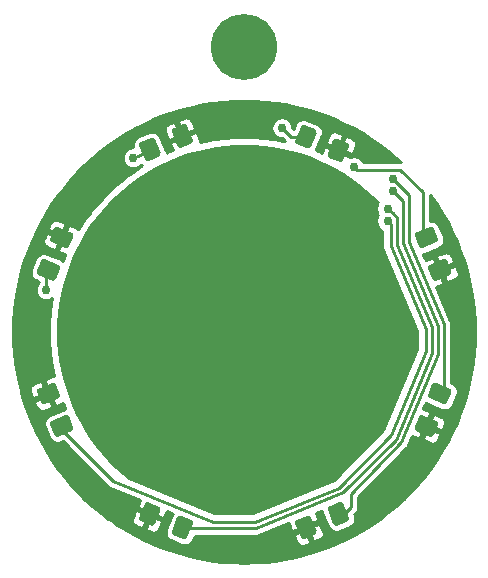
<source format=gtl>
G04 #@! TF.GenerationSoftware,KiCad,Pcbnew,(5.1.6)-1*
G04 #@! TF.CreationDate,2020-08-08T13:54:31-07:00*
G04 #@! TF.ProjectId,attiny85-keychain,61747469-6e79-4383-952d-6b6579636861,A*
G04 #@! TF.SameCoordinates,Original*
G04 #@! TF.FileFunction,Copper,L1,Top*
G04 #@! TF.FilePolarity,Positive*
%FSLAX46Y46*%
G04 Gerber Fmt 4.6, Leading zero omitted, Abs format (unit mm)*
G04 Created by KiCad (PCBNEW (5.1.6)-1) date 2020-08-08 13:54:31*
%MOMM*%
%LPD*%
G01*
G04 APERTURE LIST*
G04 #@! TA.AperFunction,ComponentPad*
%ADD10C,5.600000*%
G04 #@! TD*
G04 #@! TA.AperFunction,ViaPad*
%ADD11C,0.762000*%
G04 #@! TD*
G04 #@! TA.AperFunction,Conductor*
%ADD12C,0.254000*%
G04 #@! TD*
G04 #@! TA.AperFunction,NonConductor*
%ADD13C,0.254000*%
G04 #@! TD*
G04 APERTURE END LIST*
G04 #@! TA.AperFunction,SMDPad,CuDef*
G36*
G01*
X134680816Y-98017155D02*
X135159170Y-99172005D01*
G75*
G02*
X135023871Y-99498646I-230970J-95671D01*
G01*
X134169283Y-99852628D01*
G75*
G02*
X133842642Y-99717329I-95671J230970D01*
G01*
X133364288Y-98562479D01*
G75*
G02*
X133499587Y-98235838I230970J95671D01*
G01*
X134354175Y-97881856D01*
G75*
G02*
X134680816Y-98017155I95671J-230970D01*
G01*
G37*
G04 #@! TD.AperFunction*
G04 #@! TA.AperFunction,SMDPad,CuDef*
G36*
G01*
X137429358Y-96878671D02*
X137907712Y-98033521D01*
G75*
G02*
X137772413Y-98360162I-230970J-95671D01*
G01*
X136917825Y-98714144D01*
G75*
G02*
X136591184Y-98578845I-95671J230970D01*
G01*
X136112830Y-97423995D01*
G75*
G02*
X136248129Y-97097354I230970J95671D01*
G01*
X137102717Y-96743372D01*
G75*
G02*
X137429358Y-96878671I95671J-230970D01*
G01*
G37*
G04 #@! TD.AperFunction*
G04 #@! TA.AperFunction,SMDPad,CuDef*
G36*
G01*
X125363995Y-108172830D02*
X126518845Y-108651184D01*
G75*
G02*
X126654144Y-108977825I-95671J-230970D01*
G01*
X126300162Y-109832413D01*
G75*
G02*
X125973521Y-109967712I-230970J95671D01*
G01*
X124818671Y-109489358D01*
G75*
G02*
X124683372Y-109162717I95671J230970D01*
G01*
X125037354Y-108308129D01*
G75*
G02*
X125363995Y-108172830I230970J-95671D01*
G01*
G37*
G04 #@! TD.AperFunction*
G04 #@! TA.AperFunction,SMDPad,CuDef*
G36*
G01*
X126502479Y-105424288D02*
X127657329Y-105902642D01*
G75*
G02*
X127792628Y-106229283I-95671J-230970D01*
G01*
X127438646Y-107083871D01*
G75*
G02*
X127112005Y-107219170I-230970J95671D01*
G01*
X125957155Y-106740816D01*
G75*
G02*
X125821856Y-106414175I95671J230970D01*
G01*
X126175838Y-105559587D01*
G75*
G02*
X126502479Y-105424288I230970J-95671D01*
G01*
G37*
G04 #@! TD.AperFunction*
G04 #@! TA.AperFunction,SMDPad,CuDef*
G36*
G01*
X125957155Y-121859184D02*
X127112005Y-121380830D01*
G75*
G02*
X127438646Y-121516129I95671J-230970D01*
G01*
X127792628Y-122370717D01*
G75*
G02*
X127657329Y-122697358I-230970J-95671D01*
G01*
X126502479Y-123175712D01*
G75*
G02*
X126175838Y-123040413I-95671J230970D01*
G01*
X125821856Y-122185825D01*
G75*
G02*
X125957155Y-121859184I230970J95671D01*
G01*
G37*
G04 #@! TD.AperFunction*
G04 #@! TA.AperFunction,SMDPad,CuDef*
G36*
G01*
X124818671Y-119110642D02*
X125973521Y-118632288D01*
G75*
G02*
X126300162Y-118767587I95671J-230970D01*
G01*
X126654144Y-119622175D01*
G75*
G02*
X126518845Y-119948816I-230970J-95671D01*
G01*
X125363995Y-120427170D01*
G75*
G02*
X125037354Y-120291871I-95671J230970D01*
G01*
X124683372Y-119437283D01*
G75*
G02*
X124818671Y-119110642I230970J95671D01*
G01*
G37*
G04 #@! TD.AperFunction*
G04 #@! TA.AperFunction,SMDPad,CuDef*
G36*
G01*
X136112830Y-131176005D02*
X136591184Y-130021155D01*
G75*
G02*
X136917825Y-129885856I230970J-95671D01*
G01*
X137772413Y-130239838D01*
G75*
G02*
X137907712Y-130566479I-95671J-230970D01*
G01*
X137429358Y-131721329D01*
G75*
G02*
X137102717Y-131856628I-230970J95671D01*
G01*
X136248129Y-131502646D01*
G75*
G02*
X136112830Y-131176005I95671J230970D01*
G01*
G37*
G04 #@! TD.AperFunction*
G04 #@! TA.AperFunction,SMDPad,CuDef*
G36*
G01*
X133364288Y-130037521D02*
X133842642Y-128882671D01*
G75*
G02*
X134169283Y-128747372I230970J-95671D01*
G01*
X135023871Y-129101354D01*
G75*
G02*
X135159170Y-129427995I-95671J-230970D01*
G01*
X134680816Y-130582845D01*
G75*
G02*
X134354175Y-130718144I-230970J95671D01*
G01*
X133499587Y-130364162D01*
G75*
G02*
X133364288Y-130037521I95671J230970D01*
G01*
G37*
G04 #@! TD.AperFunction*
G04 #@! TA.AperFunction,SMDPad,CuDef*
G36*
G01*
X149799184Y-130582845D02*
X149320830Y-129427995D01*
G75*
G02*
X149456129Y-129101354I230970J95671D01*
G01*
X150310717Y-128747372D01*
G75*
G02*
X150637358Y-128882671I95671J-230970D01*
G01*
X151115712Y-130037521D01*
G75*
G02*
X150980413Y-130364162I-230970J-95671D01*
G01*
X150125825Y-130718144D01*
G75*
G02*
X149799184Y-130582845I-95671J230970D01*
G01*
G37*
G04 #@! TD.AperFunction*
G04 #@! TA.AperFunction,SMDPad,CuDef*
G36*
G01*
X147050642Y-131721329D02*
X146572288Y-130566479D01*
G75*
G02*
X146707587Y-130239838I230970J95671D01*
G01*
X147562175Y-129885856D01*
G75*
G02*
X147888816Y-130021155I95671J-230970D01*
G01*
X148367170Y-131176005D01*
G75*
G02*
X148231871Y-131502646I-230970J-95671D01*
G01*
X147377283Y-131856628D01*
G75*
G02*
X147050642Y-131721329I-95671J230970D01*
G01*
G37*
G04 #@! TD.AperFunction*
G04 #@! TA.AperFunction,SMDPad,CuDef*
G36*
G01*
X159116005Y-120427170D02*
X157961155Y-119948816D01*
G75*
G02*
X157825856Y-119622175I95671J230970D01*
G01*
X158179838Y-118767587D01*
G75*
G02*
X158506479Y-118632288I230970J-95671D01*
G01*
X159661329Y-119110642D01*
G75*
G02*
X159796628Y-119437283I-95671J-230970D01*
G01*
X159442646Y-120291871D01*
G75*
G02*
X159116005Y-120427170I-230970J95671D01*
G01*
G37*
G04 #@! TD.AperFunction*
G04 #@! TA.AperFunction,SMDPad,CuDef*
G36*
G01*
X157977521Y-123175712D02*
X156822671Y-122697358D01*
G75*
G02*
X156687372Y-122370717I95671J230970D01*
G01*
X157041354Y-121516129D01*
G75*
G02*
X157367995Y-121380830I230970J-95671D01*
G01*
X158522845Y-121859184D01*
G75*
G02*
X158658144Y-122185825I-95671J-230970D01*
G01*
X158304162Y-123040413D01*
G75*
G02*
X157977521Y-123175712I-230970J95671D01*
G01*
G37*
G04 #@! TD.AperFunction*
G04 #@! TA.AperFunction,SMDPad,CuDef*
G36*
G01*
X158522845Y-106740816D02*
X157367995Y-107219170D01*
G75*
G02*
X157041354Y-107083871I-95671J230970D01*
G01*
X156687372Y-106229283D01*
G75*
G02*
X156822671Y-105902642I230970J95671D01*
G01*
X157977521Y-105424288D01*
G75*
G02*
X158304162Y-105559587I95671J-230970D01*
G01*
X158658144Y-106414175D01*
G75*
G02*
X158522845Y-106740816I-230970J-95671D01*
G01*
G37*
G04 #@! TD.AperFunction*
G04 #@! TA.AperFunction,SMDPad,CuDef*
G36*
G01*
X159661329Y-109489358D02*
X158506479Y-109967712D01*
G75*
G02*
X158179838Y-109832413I-95671J230970D01*
G01*
X157825856Y-108977825D01*
G75*
G02*
X157961155Y-108651184I230970J95671D01*
G01*
X159116005Y-108172830D01*
G75*
G02*
X159442646Y-108308129I95671J-230970D01*
G01*
X159796628Y-109162717D01*
G75*
G02*
X159661329Y-109489358I-230970J-95671D01*
G01*
G37*
G04 #@! TD.AperFunction*
G04 #@! TA.AperFunction,SMDPad,CuDef*
G36*
G01*
X148367170Y-97485237D02*
X147888816Y-98640087D01*
G75*
G02*
X147562175Y-98775386I-230970J95671D01*
G01*
X146707587Y-98421404D01*
G75*
G02*
X146572288Y-98094763I95671J230970D01*
G01*
X147050642Y-96939913D01*
G75*
G02*
X147377283Y-96804614I230970J-95671D01*
G01*
X148231871Y-97158596D01*
G75*
G02*
X148367170Y-97485237I-95671J-230970D01*
G01*
G37*
G04 #@! TD.AperFunction*
G04 #@! TA.AperFunction,SMDPad,CuDef*
G36*
G01*
X151115712Y-98623721D02*
X150637358Y-99778571D01*
G75*
G02*
X150310717Y-99913870I-230970J95671D01*
G01*
X149456129Y-99559888D01*
G75*
G02*
X149320830Y-99233247I95671J230970D01*
G01*
X149799184Y-98078397D01*
G75*
G02*
X150125825Y-97943098I230970J-95671D01*
G01*
X150980413Y-98297080D01*
G75*
G02*
X151115712Y-98623721I-95671J-230970D01*
G01*
G37*
G04 #@! TD.AperFunction*
D10*
X142240000Y-90170000D03*
D11*
X160655000Y-113030000D03*
X124079000Y-116779000D03*
X145445835Y-97028000D03*
X151511000Y-100330000D03*
X154818098Y-101346000D03*
X154813000Y-102362000D03*
X154432000Y-103885990D03*
X154432000Y-104902000D03*
X125476000Y-110744000D03*
X132842000Y-99568000D03*
D12*
X145826834Y-97408999D02*
X145445835Y-97028000D01*
X146207835Y-97790000D02*
X145826834Y-97408999D01*
X147447000Y-97790000D02*
X146207835Y-97790000D01*
X157353000Y-106045000D02*
X157607000Y-106299000D01*
X157353000Y-102489000D02*
X157353000Y-106045000D01*
X155448000Y-100584000D02*
X157353000Y-102489000D01*
X151511000Y-100330000D02*
X151765000Y-100584000D01*
X151765000Y-100584000D02*
X155448000Y-100584000D01*
X156224598Y-102752500D02*
X154818098Y-101346000D01*
X156224598Y-106665402D02*
X156224598Y-102752500D01*
X159131000Y-113665000D02*
X156224598Y-106665402D01*
X158877000Y-119634000D02*
X159131000Y-119380000D01*
X159131000Y-119380000D02*
X159131000Y-113665000D01*
X155702000Y-103251000D02*
X154813000Y-102362000D01*
X155702000Y-106807000D02*
X155702000Y-103251000D01*
X151257000Y-129159000D02*
X151257000Y-128016000D01*
X150368000Y-130048000D02*
X151257000Y-129159000D01*
X151257000Y-128016000D02*
X155540254Y-123663254D01*
X155540254Y-123663254D02*
X158623000Y-116205000D01*
X158623000Y-116205000D02*
X158623000Y-113792000D01*
X158623000Y-113792000D02*
X155702000Y-106807000D01*
X155067000Y-123444000D02*
X158115000Y-116078000D01*
X154812999Y-104266989D02*
X154432000Y-103885990D01*
X136652000Y-130937000D02*
X143256000Y-130937000D01*
X158115000Y-116078000D02*
X158115000Y-113919000D01*
X143256000Y-130937000D02*
X150622000Y-127889000D01*
X150622000Y-127889000D02*
X155067000Y-123444000D01*
X158115000Y-113919000D02*
X155194000Y-106934000D01*
X155194000Y-106934000D02*
X155194000Y-104647990D01*
X155194000Y-104647990D02*
X154812999Y-104266989D01*
X139573000Y-130429000D02*
X131130388Y-126939388D01*
X131130388Y-126939388D02*
X126746000Y-122555000D01*
X143129000Y-130429000D02*
X139573000Y-130429000D01*
X154686000Y-123063000D02*
X150241000Y-127508000D01*
X154434629Y-104904629D02*
X154686000Y-105156000D01*
X154686000Y-105156000D02*
X154686000Y-107061000D01*
X154686000Y-107061000D02*
X157607000Y-114046000D01*
X150241000Y-127508000D02*
X143129000Y-130429000D01*
X157607000Y-114046000D02*
X157607000Y-115951000D01*
X126746000Y-122555000D02*
X126746000Y-122682000D01*
X157607000Y-115951000D02*
X154686000Y-123063000D01*
X125476000Y-109263029D02*
X125476000Y-110744000D01*
X125668758Y-109070271D02*
X125476000Y-109263029D01*
X134366000Y-99441000D02*
X134366000Y-98933000D01*
X134620000Y-98806000D02*
X132842000Y-99568000D01*
X134261729Y-98867242D02*
X134620000Y-98806000D01*
G36*
X143117472Y-94761725D02*
G01*
X143993164Y-94820766D01*
X144865331Y-94919036D01*
X145732194Y-95056334D01*
X146592055Y-95232391D01*
X147443156Y-95446849D01*
X148283737Y-95699264D01*
X149112172Y-95989147D01*
X149926769Y-96315905D01*
X150725886Y-96678881D01*
X151507911Y-97077342D01*
X152271270Y-97510487D01*
X153014435Y-97977449D01*
X153735885Y-98477270D01*
X154434187Y-99008959D01*
X155107947Y-99571454D01*
X155526047Y-99953615D01*
X155479192Y-99949000D01*
X155479181Y-99949000D01*
X155448000Y-99945929D01*
X155416819Y-99949000D01*
X152315431Y-99949000D01*
X152298821Y-99908901D01*
X152201531Y-99763296D01*
X152077704Y-99639469D01*
X151932099Y-99542179D01*
X151770312Y-99475164D01*
X151598559Y-99441000D01*
X151423441Y-99441000D01*
X151251688Y-99475164D01*
X151194288Y-99498940D01*
X151179932Y-99464281D01*
X150287003Y-99094417D01*
X150279349Y-99112895D01*
X150044684Y-99015694D01*
X150052338Y-98997216D01*
X149720471Y-98859752D01*
X150384204Y-98859752D01*
X151277134Y-99229616D01*
X151443068Y-99160884D01*
X151682985Y-98588095D01*
X151712033Y-98492337D01*
X151721842Y-98392751D01*
X151712032Y-98293166D01*
X151682984Y-98197408D01*
X151635813Y-98109156D01*
X151572332Y-98031803D01*
X151494978Y-97968321D01*
X151406727Y-97921150D01*
X150982188Y-97747960D01*
X150816254Y-97816692D01*
X150384204Y-98859752D01*
X149720471Y-98859752D01*
X149159408Y-98627352D01*
X148993474Y-98696084D01*
X148802673Y-99151610D01*
X148765517Y-99134538D01*
X148735952Y-99121850D01*
X148300332Y-98947842D01*
X148360417Y-98835430D01*
X148612538Y-98226753D01*
X149187878Y-98226753D01*
X149256610Y-98392687D01*
X150149539Y-98762551D01*
X150581589Y-97719491D01*
X150512857Y-97553557D01*
X150090199Y-97375826D01*
X149994441Y-97346778D01*
X149894855Y-97336969D01*
X149795270Y-97346778D01*
X149699511Y-97375826D01*
X149611260Y-97422998D01*
X149533906Y-97486479D01*
X149470424Y-97563832D01*
X149423253Y-97652084D01*
X149187878Y-98226753D01*
X148612538Y-98226753D01*
X148838771Y-97680580D01*
X148882045Y-97537924D01*
X148896657Y-97389566D01*
X148882045Y-97241208D01*
X148838771Y-97098552D01*
X148768497Y-96967079D01*
X148673924Y-96851842D01*
X148558687Y-96757269D01*
X148427214Y-96686995D01*
X147572626Y-96333013D01*
X147429970Y-96289739D01*
X147281612Y-96275127D01*
X147133254Y-96289739D01*
X146990597Y-96333013D01*
X146859124Y-96403287D01*
X146743887Y-96497860D01*
X146649315Y-96613097D01*
X146579041Y-96744570D01*
X146427143Y-97111284D01*
X146334835Y-97018976D01*
X146334835Y-96940441D01*
X146300671Y-96768688D01*
X146233656Y-96606901D01*
X146136366Y-96461296D01*
X146012539Y-96337469D01*
X145866934Y-96240179D01*
X145705147Y-96173164D01*
X145533394Y-96139000D01*
X145358276Y-96139000D01*
X145186523Y-96173164D01*
X145024736Y-96240179D01*
X144879131Y-96337469D01*
X144755304Y-96461296D01*
X144658014Y-96606901D01*
X144590999Y-96768688D01*
X144556835Y-96940441D01*
X144556835Y-97115559D01*
X144590999Y-97287312D01*
X144658014Y-97449099D01*
X144755304Y-97594704D01*
X144879131Y-97718531D01*
X145024736Y-97815821D01*
X145186523Y-97882836D01*
X145358276Y-97917000D01*
X145436811Y-97917000D01*
X145672981Y-98153171D01*
X145579155Y-98131398D01*
X145547641Y-98124922D01*
X144755943Y-97983025D01*
X144724141Y-97978153D01*
X143926272Y-97876537D01*
X143894265Y-97873282D01*
X143092274Y-97812208D01*
X143060142Y-97810579D01*
X142256086Y-97790204D01*
X142223914Y-97790204D01*
X141419858Y-97810579D01*
X141387726Y-97812208D01*
X140585735Y-97873282D01*
X140553728Y-97876537D01*
X139755859Y-97978153D01*
X139724057Y-97983025D01*
X138932359Y-98124922D01*
X138900845Y-98131398D01*
X138509674Y-98222171D01*
X138504033Y-98164905D01*
X138474985Y-98069147D01*
X138235068Y-97496358D01*
X138069134Y-97427626D01*
X137176204Y-97797490D01*
X137183858Y-97815968D01*
X136949193Y-97913169D01*
X136941539Y-97894691D01*
X136048610Y-98264555D01*
X135979878Y-98430489D01*
X136190075Y-98943685D01*
X135744048Y-99121850D01*
X135714483Y-99134538D01*
X135677230Y-99151655D01*
X135674045Y-99119318D01*
X135630771Y-98976662D01*
X135152417Y-97821812D01*
X135082143Y-97690339D01*
X134987570Y-97575102D01*
X134872333Y-97480529D01*
X134740860Y-97410255D01*
X134598204Y-97366981D01*
X134449846Y-97352369D01*
X134301488Y-97366981D01*
X134158832Y-97410255D01*
X133304244Y-97764237D01*
X133172771Y-97834511D01*
X133057534Y-97929083D01*
X132962961Y-98044320D01*
X132892687Y-98175793D01*
X132849413Y-98318450D01*
X132834801Y-98466808D01*
X132849413Y-98615166D01*
X132868777Y-98679000D01*
X132754441Y-98679000D01*
X132582688Y-98713164D01*
X132420901Y-98780179D01*
X132275296Y-98877469D01*
X132151469Y-99001296D01*
X132054179Y-99146901D01*
X131987164Y-99308688D01*
X131953000Y-99480441D01*
X131953000Y-99655559D01*
X131987164Y-99827312D01*
X132054179Y-99989099D01*
X132151469Y-100134704D01*
X132275296Y-100258531D01*
X132420901Y-100355821D01*
X132582688Y-100422836D01*
X132754441Y-100457000D01*
X132929559Y-100457000D01*
X133101312Y-100422836D01*
X133263099Y-100355821D01*
X133408704Y-100258531D01*
X133523251Y-100143984D01*
X133535888Y-100159382D01*
X133615459Y-100224685D01*
X133520563Y-100280547D01*
X133493260Y-100297565D01*
X132821681Y-100740173D01*
X132795275Y-100758552D01*
X132146976Y-101234607D01*
X132121535Y-101254300D01*
X131498179Y-101762580D01*
X131473768Y-101783536D01*
X130876956Y-102322736D01*
X130853637Y-102344902D01*
X130284902Y-102913637D01*
X130262736Y-102936956D01*
X129723536Y-103533768D01*
X129702580Y-103558179D01*
X129194300Y-104181535D01*
X129174607Y-104206976D01*
X128698552Y-104855275D01*
X128680173Y-104881681D01*
X128237565Y-105553260D01*
X128220547Y-105580563D01*
X128207351Y-105602980D01*
X128171894Y-105573882D01*
X128083642Y-105526711D01*
X127508973Y-105291336D01*
X127343039Y-105360068D01*
X126973175Y-106252997D01*
X126991653Y-106260651D01*
X126894452Y-106495316D01*
X126875974Y-106487662D01*
X126506110Y-107380592D01*
X126574842Y-107546526D01*
X127081726Y-107758838D01*
X127074538Y-107774483D01*
X127061850Y-107804048D01*
X126874363Y-108273412D01*
X126845661Y-108249857D01*
X126714188Y-108179583D01*
X125559338Y-107701229D01*
X125416682Y-107657955D01*
X125268324Y-107643343D01*
X125119966Y-107657955D01*
X124977310Y-107701229D01*
X124845837Y-107771503D01*
X124730600Y-107866076D01*
X124636027Y-107981313D01*
X124565753Y-108112786D01*
X124211771Y-108967374D01*
X124168497Y-109110030D01*
X124153885Y-109258388D01*
X124168497Y-109406746D01*
X124211771Y-109549403D01*
X124282045Y-109680876D01*
X124376618Y-109796113D01*
X124491855Y-109890685D01*
X124623328Y-109960959D01*
X124841001Y-110051122D01*
X124841001Y-110121764D01*
X124785469Y-110177296D01*
X124688179Y-110322901D01*
X124621164Y-110484688D01*
X124587000Y-110656441D01*
X124587000Y-110831559D01*
X124621164Y-111003312D01*
X124688179Y-111165099D01*
X124785469Y-111310704D01*
X124909296Y-111434531D01*
X125054901Y-111531821D01*
X125216688Y-111598836D01*
X125388441Y-111633000D01*
X125563559Y-111633000D01*
X125735312Y-111598836D01*
X125897099Y-111531821D01*
X125977912Y-111477824D01*
X125923025Y-111784057D01*
X125918153Y-111815859D01*
X125816537Y-112613728D01*
X125813282Y-112645735D01*
X125752208Y-113447726D01*
X125750579Y-113479858D01*
X125730204Y-114283914D01*
X125730204Y-114316086D01*
X125750579Y-115120142D01*
X125752208Y-115152274D01*
X125813282Y-115954265D01*
X125816537Y-115986272D01*
X125918153Y-116784141D01*
X125923025Y-116815943D01*
X126064922Y-117607641D01*
X126071398Y-117639155D01*
X126162171Y-118030326D01*
X126104905Y-118035967D01*
X126009147Y-118065015D01*
X125436358Y-118304932D01*
X125367626Y-118470866D01*
X125737490Y-119363796D01*
X125755968Y-119356142D01*
X125853169Y-119590807D01*
X125834691Y-119598461D01*
X126204555Y-120491390D01*
X126370489Y-120560122D01*
X126883685Y-120349925D01*
X127061850Y-120795952D01*
X127074538Y-120825517D01*
X127091655Y-120862770D01*
X127059318Y-120865955D01*
X126916662Y-120909229D01*
X125761812Y-121387583D01*
X125630339Y-121457857D01*
X125515102Y-121552430D01*
X125420529Y-121667667D01*
X125350255Y-121799140D01*
X125306981Y-121941796D01*
X125292369Y-122090154D01*
X125306981Y-122238512D01*
X125350255Y-122381168D01*
X125704237Y-123235756D01*
X125774511Y-123367229D01*
X125869083Y-123482466D01*
X125984320Y-123577039D01*
X126115793Y-123647313D01*
X126258450Y-123690587D01*
X126406808Y-123705199D01*
X126555166Y-123690587D01*
X126697822Y-123647313D01*
X126869272Y-123576296D01*
X130659489Y-127366514D01*
X130679542Y-127390912D01*
X130728233Y-127430811D01*
X130775894Y-127469925D01*
X130776104Y-127470037D01*
X130776293Y-127470192D01*
X130830494Y-127499110D01*
X130886208Y-127528890D01*
X130916442Y-127538061D01*
X133419138Y-128572509D01*
X133231336Y-129031027D01*
X133300068Y-129196961D01*
X134192997Y-129566825D01*
X134200651Y-129548347D01*
X134435316Y-129645548D01*
X134427662Y-129664026D01*
X135320592Y-130033890D01*
X135486526Y-129965158D01*
X135678661Y-129506445D01*
X136179612Y-129713505D01*
X136119583Y-129825812D01*
X135641229Y-130980662D01*
X135597955Y-131123318D01*
X135583343Y-131271676D01*
X135597955Y-131420034D01*
X135641229Y-131562690D01*
X135711503Y-131694163D01*
X135806076Y-131809400D01*
X135921313Y-131903973D01*
X136052786Y-131974247D01*
X136907374Y-132328229D01*
X137050030Y-132371503D01*
X137198388Y-132386115D01*
X137346746Y-132371503D01*
X137489403Y-132328229D01*
X137620876Y-132257955D01*
X137736113Y-132163382D01*
X137830685Y-132048145D01*
X137900959Y-131916672D01*
X138043727Y-131572000D01*
X143224697Y-131572000D01*
X143255771Y-131575072D01*
X143277160Y-131572973D01*
X146439336Y-131572973D01*
X146674711Y-132147642D01*
X146721882Y-132235894D01*
X146785364Y-132313247D01*
X146862718Y-132376728D01*
X146950969Y-132423900D01*
X147046728Y-132452948D01*
X147146313Y-132462757D01*
X147245899Y-132452948D01*
X147341657Y-132423900D01*
X147764315Y-132246169D01*
X147833047Y-132080235D01*
X147400997Y-131037175D01*
X146508068Y-131407039D01*
X146439336Y-131572973D01*
X143277160Y-131572973D01*
X143287076Y-131572000D01*
X143287192Y-131572000D01*
X143319232Y-131568844D01*
X143380256Y-131562856D01*
X143380362Y-131562824D01*
X143380482Y-131562812D01*
X143441873Y-131544189D01*
X143469971Y-131535677D01*
X143470072Y-131535635D01*
X143500180Y-131526502D01*
X143527724Y-131511779D01*
X145993113Y-130491618D01*
X146005015Y-130530853D01*
X146244932Y-131103642D01*
X146410866Y-131172374D01*
X146971928Y-130939974D01*
X147635662Y-130939974D01*
X148067712Y-131983034D01*
X148233646Y-132051766D01*
X148658185Y-131878576D01*
X148746436Y-131831405D01*
X148823790Y-131767923D01*
X148887271Y-131690570D01*
X148934442Y-131602318D01*
X148963490Y-131506560D01*
X148973300Y-131406975D01*
X148963491Y-131307389D01*
X148934443Y-131211631D01*
X148694526Y-130638842D01*
X148528592Y-130570110D01*
X147635662Y-130939974D01*
X146971928Y-130939974D01*
X147303796Y-130802510D01*
X147296142Y-130784032D01*
X147530807Y-130686831D01*
X147538461Y-130705309D01*
X148431390Y-130335445D01*
X148500122Y-130169511D01*
X148289925Y-129656315D01*
X148735952Y-129478150D01*
X148765517Y-129465462D01*
X148802770Y-129448345D01*
X148805955Y-129480682D01*
X148849229Y-129623338D01*
X149327583Y-130778188D01*
X149397857Y-130909661D01*
X149492430Y-131024898D01*
X149607667Y-131119471D01*
X149739140Y-131189745D01*
X149881796Y-131233019D01*
X150030154Y-131247631D01*
X150178512Y-131233019D01*
X150321168Y-131189745D01*
X151175756Y-130835763D01*
X151307229Y-130765489D01*
X151422466Y-130670917D01*
X151517039Y-130555680D01*
X151587313Y-130424207D01*
X151630587Y-130281550D01*
X151645199Y-130133192D01*
X151630587Y-129984834D01*
X151587313Y-129842178D01*
X151553494Y-129760531D01*
X151683956Y-129630069D01*
X151708185Y-129610185D01*
X151767672Y-129537700D01*
X151787538Y-129513494D01*
X151846502Y-129403180D01*
X151860390Y-129357396D01*
X151882812Y-129283482D01*
X151892000Y-129190192D01*
X151892000Y-129190189D01*
X151895072Y-129159000D01*
X151892000Y-129127811D01*
X151892000Y-128276037D01*
X155969363Y-124132523D01*
X155991778Y-124114100D01*
X156013111Y-124088065D01*
X156014743Y-124086407D01*
X156032946Y-124063860D01*
X156071057Y-124017349D01*
X156072155Y-124015292D01*
X156073627Y-124013468D01*
X156101691Y-123959932D01*
X156115184Y-123934643D01*
X156116063Y-123932516D01*
X156131702Y-123902683D01*
X156139906Y-123874832D01*
X156362154Y-123337134D01*
X157371626Y-123337134D01*
X157440358Y-123503068D01*
X158013147Y-123742985D01*
X158108905Y-123772033D01*
X158208491Y-123781842D01*
X158308076Y-123772032D01*
X158403834Y-123742984D01*
X158492086Y-123695813D01*
X158569439Y-123632332D01*
X158632921Y-123554978D01*
X158680092Y-123466727D01*
X158853282Y-123042188D01*
X158784550Y-122876254D01*
X157741490Y-122444204D01*
X157371626Y-123337134D01*
X156362154Y-123337134D01*
X156460373Y-123099509D01*
X156971027Y-123308664D01*
X157136961Y-123239932D01*
X157506825Y-122347003D01*
X157488347Y-122339349D01*
X157542115Y-122209539D01*
X157838691Y-122209539D01*
X158881751Y-122641589D01*
X159047685Y-122572857D01*
X159225416Y-122150199D01*
X159254464Y-122054441D01*
X159264273Y-121954855D01*
X159254464Y-121855270D01*
X159225416Y-121759511D01*
X159178244Y-121671260D01*
X159114763Y-121593906D01*
X159037410Y-121530424D01*
X158949158Y-121483253D01*
X158374489Y-121247878D01*
X158208555Y-121316610D01*
X157838691Y-122209539D01*
X157542115Y-122209539D01*
X157585548Y-122104684D01*
X157604026Y-122112338D01*
X157973890Y-121219408D01*
X157905158Y-121053474D01*
X157398274Y-120841162D01*
X157405462Y-120825517D01*
X157418150Y-120795952D01*
X157580408Y-120389749D01*
X157606292Y-120327126D01*
X157634339Y-120350143D01*
X157765812Y-120420417D01*
X158920662Y-120898771D01*
X159063318Y-120942045D01*
X159211676Y-120956657D01*
X159360034Y-120942045D01*
X159502690Y-120898771D01*
X159634163Y-120828497D01*
X159749400Y-120733924D01*
X159843973Y-120618687D01*
X159914247Y-120487214D01*
X160268229Y-119632626D01*
X160311503Y-119489970D01*
X160326115Y-119341612D01*
X160311503Y-119193254D01*
X160268229Y-119050597D01*
X160197955Y-118919124D01*
X160103382Y-118803887D01*
X159988145Y-118709315D01*
X159856672Y-118639041D01*
X159766000Y-118601483D01*
X159766000Y-113695916D01*
X159769072Y-113664450D01*
X159762928Y-113602616D01*
X159756812Y-113540518D01*
X159756731Y-113540252D01*
X159756704Y-113539978D01*
X159738694Y-113480791D01*
X159720502Y-113420820D01*
X159705597Y-113392935D01*
X158511788Y-110517839D01*
X159043642Y-110295068D01*
X159112374Y-110129134D01*
X158742510Y-109236204D01*
X158724032Y-109243858D01*
X158680600Y-109139003D01*
X158977175Y-109139003D01*
X159347039Y-110031932D01*
X159512973Y-110100664D01*
X160087642Y-109865289D01*
X160175894Y-109818118D01*
X160253247Y-109754636D01*
X160316728Y-109677282D01*
X160363900Y-109589031D01*
X160392948Y-109493272D01*
X160402757Y-109393687D01*
X160392948Y-109294101D01*
X160363900Y-109198343D01*
X160186169Y-108775685D01*
X160020235Y-108706953D01*
X158977175Y-109139003D01*
X158680600Y-109139003D01*
X158626831Y-109009193D01*
X158645309Y-109001539D01*
X158275445Y-108108610D01*
X158109511Y-108039878D01*
X157596315Y-108250075D01*
X157500980Y-108011408D01*
X158510110Y-108011408D01*
X158879974Y-108904338D01*
X159923034Y-108472288D01*
X159991766Y-108306354D01*
X159818576Y-107881815D01*
X159771405Y-107793564D01*
X159707923Y-107716210D01*
X159630570Y-107652729D01*
X159542318Y-107605558D01*
X159446560Y-107576510D01*
X159346975Y-107566700D01*
X159247389Y-107576509D01*
X159151631Y-107605557D01*
X158578842Y-107845474D01*
X158510110Y-108011408D01*
X157500980Y-108011408D01*
X157418150Y-107804048D01*
X157405462Y-107774483D01*
X157388345Y-107737230D01*
X157420682Y-107734045D01*
X157563338Y-107690771D01*
X158718188Y-107212417D01*
X158849661Y-107142143D01*
X158964898Y-107047570D01*
X159059471Y-106932333D01*
X159129745Y-106800860D01*
X159173019Y-106658204D01*
X159187631Y-106509846D01*
X159173019Y-106361488D01*
X159129745Y-106218832D01*
X158775763Y-105364244D01*
X158705489Y-105232771D01*
X158610917Y-105117534D01*
X158495680Y-105022961D01*
X158364207Y-104952687D01*
X158221550Y-104909413D01*
X158073192Y-104894801D01*
X157988000Y-104903192D01*
X157988000Y-102705967D01*
X158062730Y-102804115D01*
X158562551Y-103525565D01*
X159029513Y-104268730D01*
X159462658Y-105032089D01*
X159861119Y-105814114D01*
X160224095Y-106613231D01*
X160550853Y-107427828D01*
X160840736Y-108256263D01*
X161093151Y-109096844D01*
X161307609Y-109947945D01*
X161483666Y-110807806D01*
X161620964Y-111674669D01*
X161719234Y-112546836D01*
X161778275Y-113422528D01*
X161797968Y-114300000D01*
X161778275Y-115177472D01*
X161719234Y-116053164D01*
X161620964Y-116925331D01*
X161483666Y-117792194D01*
X161307609Y-118652055D01*
X161093151Y-119503156D01*
X160840736Y-120343737D01*
X160550853Y-121172172D01*
X160224095Y-121986769D01*
X159861119Y-122785886D01*
X159462658Y-123567911D01*
X159029513Y-124331270D01*
X158562551Y-125074435D01*
X158062730Y-125795885D01*
X157531041Y-126494187D01*
X156968546Y-127167947D01*
X156376411Y-127815768D01*
X155755768Y-128436411D01*
X155107947Y-129028546D01*
X154434187Y-129591041D01*
X153735885Y-130122730D01*
X153014435Y-130622551D01*
X152271270Y-131089513D01*
X151507911Y-131522658D01*
X150725886Y-131921119D01*
X149926769Y-132284095D01*
X149112172Y-132610853D01*
X148283737Y-132900736D01*
X147443156Y-133153151D01*
X146592055Y-133367609D01*
X145732194Y-133543666D01*
X144865331Y-133680964D01*
X143993164Y-133779234D01*
X143117472Y-133838275D01*
X142240000Y-133857968D01*
X141362528Y-133838275D01*
X140486836Y-133779234D01*
X139614669Y-133680964D01*
X138747806Y-133543666D01*
X137887945Y-133367609D01*
X137036844Y-133153151D01*
X136196263Y-132900736D01*
X135367828Y-132610853D01*
X134553231Y-132284095D01*
X133754114Y-131921119D01*
X132972089Y-131522658D01*
X132208730Y-131089513D01*
X131973569Y-130941751D01*
X133898411Y-130941751D01*
X133967143Y-131107685D01*
X134389801Y-131285416D01*
X134485559Y-131314464D01*
X134585145Y-131324273D01*
X134684730Y-131314464D01*
X134780489Y-131285416D01*
X134868740Y-131238244D01*
X134946094Y-131174763D01*
X135009576Y-131097410D01*
X135056747Y-131009158D01*
X135292122Y-130434489D01*
X135223390Y-130268555D01*
X134330461Y-129898691D01*
X133898411Y-130941751D01*
X131973569Y-130941751D01*
X131465565Y-130622551D01*
X130954509Y-130268491D01*
X132758158Y-130268491D01*
X132767968Y-130368076D01*
X132797016Y-130463834D01*
X132844187Y-130552086D01*
X132907668Y-130629439D01*
X132985022Y-130692921D01*
X133073273Y-130740092D01*
X133497812Y-130913282D01*
X133663746Y-130844550D01*
X134095796Y-129801490D01*
X133202866Y-129431626D01*
X133036932Y-129500358D01*
X132797015Y-130073147D01*
X132767967Y-130168905D01*
X132758158Y-130268491D01*
X130954509Y-130268491D01*
X130744115Y-130122730D01*
X130045813Y-129591041D01*
X129372053Y-129028546D01*
X128724232Y-128436411D01*
X128103589Y-127815768D01*
X127511454Y-127167947D01*
X126948959Y-126494187D01*
X126417270Y-125795885D01*
X125917449Y-125074435D01*
X125450487Y-124331270D01*
X125017342Y-123567911D01*
X124618881Y-122785886D01*
X124255905Y-121986769D01*
X123929147Y-121172172D01*
X123639264Y-120343737D01*
X123624223Y-120293646D01*
X124488234Y-120293646D01*
X124661424Y-120718185D01*
X124708595Y-120806436D01*
X124772077Y-120883790D01*
X124849430Y-120947271D01*
X124937682Y-120994442D01*
X125033440Y-121023490D01*
X125133025Y-121033300D01*
X125232611Y-121023491D01*
X125328369Y-120994443D01*
X125901158Y-120754526D01*
X125969890Y-120588592D01*
X125600026Y-119695662D01*
X124556966Y-120127712D01*
X124488234Y-120293646D01*
X123624223Y-120293646D01*
X123386849Y-119503156D01*
X123312052Y-119206313D01*
X124077243Y-119206313D01*
X124087052Y-119305899D01*
X124116100Y-119401657D01*
X124293831Y-119824315D01*
X124459765Y-119893047D01*
X125502825Y-119460997D01*
X125132961Y-118568068D01*
X124967027Y-118499336D01*
X124392358Y-118734711D01*
X124304106Y-118781882D01*
X124226753Y-118845364D01*
X124163272Y-118922718D01*
X124116100Y-119010969D01*
X124087052Y-119106728D01*
X124077243Y-119206313D01*
X123312052Y-119206313D01*
X123172391Y-118652055D01*
X122996334Y-117792194D01*
X122859036Y-116925331D01*
X122760766Y-116053164D01*
X122701725Y-115177472D01*
X122682032Y-114300000D01*
X122701725Y-113422528D01*
X122760766Y-112546836D01*
X122859036Y-111674669D01*
X122996334Y-110807806D01*
X123172391Y-109947945D01*
X123386849Y-109096844D01*
X123639264Y-108256263D01*
X123929147Y-107427828D01*
X124243103Y-106645145D01*
X125215727Y-106645145D01*
X125225536Y-106744730D01*
X125254584Y-106840489D01*
X125301756Y-106928740D01*
X125365237Y-107006094D01*
X125442590Y-107069576D01*
X125530842Y-107116747D01*
X126105511Y-107352122D01*
X126271445Y-107283390D01*
X126641309Y-106390461D01*
X125598249Y-105958411D01*
X125432315Y-106027143D01*
X125254584Y-106449801D01*
X125225536Y-106545559D01*
X125215727Y-106645145D01*
X124243103Y-106645145D01*
X124255905Y-106613231D01*
X124618881Y-105814114D01*
X124749473Y-105557812D01*
X125626718Y-105557812D01*
X125695450Y-105723746D01*
X126738510Y-106155796D01*
X127108374Y-105262866D01*
X127039642Y-105096932D01*
X126466853Y-104857015D01*
X126371095Y-104827967D01*
X126271509Y-104818158D01*
X126171924Y-104827968D01*
X126076166Y-104857016D01*
X125987914Y-104904187D01*
X125910561Y-104967668D01*
X125847079Y-105045022D01*
X125799908Y-105133273D01*
X125626718Y-105557812D01*
X124749473Y-105557812D01*
X125017342Y-105032089D01*
X125450487Y-104268730D01*
X125917449Y-103525565D01*
X126417270Y-102804115D01*
X126948959Y-102105813D01*
X127511454Y-101432053D01*
X128103589Y-100784232D01*
X128724232Y-100163589D01*
X129372053Y-99571454D01*
X130045813Y-99008959D01*
X130744115Y-98477270D01*
X131465565Y-97977449D01*
X132208730Y-97510487D01*
X132768213Y-97193025D01*
X135506700Y-97193025D01*
X135516509Y-97292611D01*
X135545557Y-97388369D01*
X135785474Y-97961158D01*
X135951408Y-98029890D01*
X136844338Y-97660026D01*
X136412288Y-96616966D01*
X136246354Y-96548234D01*
X135821815Y-96721424D01*
X135733564Y-96768595D01*
X135656210Y-96832077D01*
X135592729Y-96909430D01*
X135545558Y-96997682D01*
X135516510Y-97093440D01*
X135506700Y-97193025D01*
X132768213Y-97193025D01*
X132972089Y-97077342D01*
X133754114Y-96678881D01*
X134104418Y-96519765D01*
X136646953Y-96519765D01*
X137079003Y-97562825D01*
X137971932Y-97192961D01*
X138040664Y-97027027D01*
X137805289Y-96452358D01*
X137758118Y-96364106D01*
X137694636Y-96286753D01*
X137617282Y-96223272D01*
X137529031Y-96176100D01*
X137433272Y-96147052D01*
X137333687Y-96137243D01*
X137234101Y-96147052D01*
X137138343Y-96176100D01*
X136715685Y-96353831D01*
X136646953Y-96519765D01*
X134104418Y-96519765D01*
X134553231Y-96315905D01*
X135367828Y-95989147D01*
X136196263Y-95699264D01*
X137036844Y-95446849D01*
X137887945Y-95232391D01*
X138747806Y-95056334D01*
X139614669Y-94919036D01*
X140486836Y-94820766D01*
X141362528Y-94761725D01*
X142240000Y-94742032D01*
X143117472Y-94761725D01*
G37*
X143117472Y-94761725D02*
X143993164Y-94820766D01*
X144865331Y-94919036D01*
X145732194Y-95056334D01*
X146592055Y-95232391D01*
X147443156Y-95446849D01*
X148283737Y-95699264D01*
X149112172Y-95989147D01*
X149926769Y-96315905D01*
X150725886Y-96678881D01*
X151507911Y-97077342D01*
X152271270Y-97510487D01*
X153014435Y-97977449D01*
X153735885Y-98477270D01*
X154434187Y-99008959D01*
X155107947Y-99571454D01*
X155526047Y-99953615D01*
X155479192Y-99949000D01*
X155479181Y-99949000D01*
X155448000Y-99945929D01*
X155416819Y-99949000D01*
X152315431Y-99949000D01*
X152298821Y-99908901D01*
X152201531Y-99763296D01*
X152077704Y-99639469D01*
X151932099Y-99542179D01*
X151770312Y-99475164D01*
X151598559Y-99441000D01*
X151423441Y-99441000D01*
X151251688Y-99475164D01*
X151194288Y-99498940D01*
X151179932Y-99464281D01*
X150287003Y-99094417D01*
X150279349Y-99112895D01*
X150044684Y-99015694D01*
X150052338Y-98997216D01*
X149720471Y-98859752D01*
X150384204Y-98859752D01*
X151277134Y-99229616D01*
X151443068Y-99160884D01*
X151682985Y-98588095D01*
X151712033Y-98492337D01*
X151721842Y-98392751D01*
X151712032Y-98293166D01*
X151682984Y-98197408D01*
X151635813Y-98109156D01*
X151572332Y-98031803D01*
X151494978Y-97968321D01*
X151406727Y-97921150D01*
X150982188Y-97747960D01*
X150816254Y-97816692D01*
X150384204Y-98859752D01*
X149720471Y-98859752D01*
X149159408Y-98627352D01*
X148993474Y-98696084D01*
X148802673Y-99151610D01*
X148765517Y-99134538D01*
X148735952Y-99121850D01*
X148300332Y-98947842D01*
X148360417Y-98835430D01*
X148612538Y-98226753D01*
X149187878Y-98226753D01*
X149256610Y-98392687D01*
X150149539Y-98762551D01*
X150581589Y-97719491D01*
X150512857Y-97553557D01*
X150090199Y-97375826D01*
X149994441Y-97346778D01*
X149894855Y-97336969D01*
X149795270Y-97346778D01*
X149699511Y-97375826D01*
X149611260Y-97422998D01*
X149533906Y-97486479D01*
X149470424Y-97563832D01*
X149423253Y-97652084D01*
X149187878Y-98226753D01*
X148612538Y-98226753D01*
X148838771Y-97680580D01*
X148882045Y-97537924D01*
X148896657Y-97389566D01*
X148882045Y-97241208D01*
X148838771Y-97098552D01*
X148768497Y-96967079D01*
X148673924Y-96851842D01*
X148558687Y-96757269D01*
X148427214Y-96686995D01*
X147572626Y-96333013D01*
X147429970Y-96289739D01*
X147281612Y-96275127D01*
X147133254Y-96289739D01*
X146990597Y-96333013D01*
X146859124Y-96403287D01*
X146743887Y-96497860D01*
X146649315Y-96613097D01*
X146579041Y-96744570D01*
X146427143Y-97111284D01*
X146334835Y-97018976D01*
X146334835Y-96940441D01*
X146300671Y-96768688D01*
X146233656Y-96606901D01*
X146136366Y-96461296D01*
X146012539Y-96337469D01*
X145866934Y-96240179D01*
X145705147Y-96173164D01*
X145533394Y-96139000D01*
X145358276Y-96139000D01*
X145186523Y-96173164D01*
X145024736Y-96240179D01*
X144879131Y-96337469D01*
X144755304Y-96461296D01*
X144658014Y-96606901D01*
X144590999Y-96768688D01*
X144556835Y-96940441D01*
X144556835Y-97115559D01*
X144590999Y-97287312D01*
X144658014Y-97449099D01*
X144755304Y-97594704D01*
X144879131Y-97718531D01*
X145024736Y-97815821D01*
X145186523Y-97882836D01*
X145358276Y-97917000D01*
X145436811Y-97917000D01*
X145672981Y-98153171D01*
X145579155Y-98131398D01*
X145547641Y-98124922D01*
X144755943Y-97983025D01*
X144724141Y-97978153D01*
X143926272Y-97876537D01*
X143894265Y-97873282D01*
X143092274Y-97812208D01*
X143060142Y-97810579D01*
X142256086Y-97790204D01*
X142223914Y-97790204D01*
X141419858Y-97810579D01*
X141387726Y-97812208D01*
X140585735Y-97873282D01*
X140553728Y-97876537D01*
X139755859Y-97978153D01*
X139724057Y-97983025D01*
X138932359Y-98124922D01*
X138900845Y-98131398D01*
X138509674Y-98222171D01*
X138504033Y-98164905D01*
X138474985Y-98069147D01*
X138235068Y-97496358D01*
X138069134Y-97427626D01*
X137176204Y-97797490D01*
X137183858Y-97815968D01*
X136949193Y-97913169D01*
X136941539Y-97894691D01*
X136048610Y-98264555D01*
X135979878Y-98430489D01*
X136190075Y-98943685D01*
X135744048Y-99121850D01*
X135714483Y-99134538D01*
X135677230Y-99151655D01*
X135674045Y-99119318D01*
X135630771Y-98976662D01*
X135152417Y-97821812D01*
X135082143Y-97690339D01*
X134987570Y-97575102D01*
X134872333Y-97480529D01*
X134740860Y-97410255D01*
X134598204Y-97366981D01*
X134449846Y-97352369D01*
X134301488Y-97366981D01*
X134158832Y-97410255D01*
X133304244Y-97764237D01*
X133172771Y-97834511D01*
X133057534Y-97929083D01*
X132962961Y-98044320D01*
X132892687Y-98175793D01*
X132849413Y-98318450D01*
X132834801Y-98466808D01*
X132849413Y-98615166D01*
X132868777Y-98679000D01*
X132754441Y-98679000D01*
X132582688Y-98713164D01*
X132420901Y-98780179D01*
X132275296Y-98877469D01*
X132151469Y-99001296D01*
X132054179Y-99146901D01*
X131987164Y-99308688D01*
X131953000Y-99480441D01*
X131953000Y-99655559D01*
X131987164Y-99827312D01*
X132054179Y-99989099D01*
X132151469Y-100134704D01*
X132275296Y-100258531D01*
X132420901Y-100355821D01*
X132582688Y-100422836D01*
X132754441Y-100457000D01*
X132929559Y-100457000D01*
X133101312Y-100422836D01*
X133263099Y-100355821D01*
X133408704Y-100258531D01*
X133523251Y-100143984D01*
X133535888Y-100159382D01*
X133615459Y-100224685D01*
X133520563Y-100280547D01*
X133493260Y-100297565D01*
X132821681Y-100740173D01*
X132795275Y-100758552D01*
X132146976Y-101234607D01*
X132121535Y-101254300D01*
X131498179Y-101762580D01*
X131473768Y-101783536D01*
X130876956Y-102322736D01*
X130853637Y-102344902D01*
X130284902Y-102913637D01*
X130262736Y-102936956D01*
X129723536Y-103533768D01*
X129702580Y-103558179D01*
X129194300Y-104181535D01*
X129174607Y-104206976D01*
X128698552Y-104855275D01*
X128680173Y-104881681D01*
X128237565Y-105553260D01*
X128220547Y-105580563D01*
X128207351Y-105602980D01*
X128171894Y-105573882D01*
X128083642Y-105526711D01*
X127508973Y-105291336D01*
X127343039Y-105360068D01*
X126973175Y-106252997D01*
X126991653Y-106260651D01*
X126894452Y-106495316D01*
X126875974Y-106487662D01*
X126506110Y-107380592D01*
X126574842Y-107546526D01*
X127081726Y-107758838D01*
X127074538Y-107774483D01*
X127061850Y-107804048D01*
X126874363Y-108273412D01*
X126845661Y-108249857D01*
X126714188Y-108179583D01*
X125559338Y-107701229D01*
X125416682Y-107657955D01*
X125268324Y-107643343D01*
X125119966Y-107657955D01*
X124977310Y-107701229D01*
X124845837Y-107771503D01*
X124730600Y-107866076D01*
X124636027Y-107981313D01*
X124565753Y-108112786D01*
X124211771Y-108967374D01*
X124168497Y-109110030D01*
X124153885Y-109258388D01*
X124168497Y-109406746D01*
X124211771Y-109549403D01*
X124282045Y-109680876D01*
X124376618Y-109796113D01*
X124491855Y-109890685D01*
X124623328Y-109960959D01*
X124841001Y-110051122D01*
X124841001Y-110121764D01*
X124785469Y-110177296D01*
X124688179Y-110322901D01*
X124621164Y-110484688D01*
X124587000Y-110656441D01*
X124587000Y-110831559D01*
X124621164Y-111003312D01*
X124688179Y-111165099D01*
X124785469Y-111310704D01*
X124909296Y-111434531D01*
X125054901Y-111531821D01*
X125216688Y-111598836D01*
X125388441Y-111633000D01*
X125563559Y-111633000D01*
X125735312Y-111598836D01*
X125897099Y-111531821D01*
X125977912Y-111477824D01*
X125923025Y-111784057D01*
X125918153Y-111815859D01*
X125816537Y-112613728D01*
X125813282Y-112645735D01*
X125752208Y-113447726D01*
X125750579Y-113479858D01*
X125730204Y-114283914D01*
X125730204Y-114316086D01*
X125750579Y-115120142D01*
X125752208Y-115152274D01*
X125813282Y-115954265D01*
X125816537Y-115986272D01*
X125918153Y-116784141D01*
X125923025Y-116815943D01*
X126064922Y-117607641D01*
X126071398Y-117639155D01*
X126162171Y-118030326D01*
X126104905Y-118035967D01*
X126009147Y-118065015D01*
X125436358Y-118304932D01*
X125367626Y-118470866D01*
X125737490Y-119363796D01*
X125755968Y-119356142D01*
X125853169Y-119590807D01*
X125834691Y-119598461D01*
X126204555Y-120491390D01*
X126370489Y-120560122D01*
X126883685Y-120349925D01*
X127061850Y-120795952D01*
X127074538Y-120825517D01*
X127091655Y-120862770D01*
X127059318Y-120865955D01*
X126916662Y-120909229D01*
X125761812Y-121387583D01*
X125630339Y-121457857D01*
X125515102Y-121552430D01*
X125420529Y-121667667D01*
X125350255Y-121799140D01*
X125306981Y-121941796D01*
X125292369Y-122090154D01*
X125306981Y-122238512D01*
X125350255Y-122381168D01*
X125704237Y-123235756D01*
X125774511Y-123367229D01*
X125869083Y-123482466D01*
X125984320Y-123577039D01*
X126115793Y-123647313D01*
X126258450Y-123690587D01*
X126406808Y-123705199D01*
X126555166Y-123690587D01*
X126697822Y-123647313D01*
X126869272Y-123576296D01*
X130659489Y-127366514D01*
X130679542Y-127390912D01*
X130728233Y-127430811D01*
X130775894Y-127469925D01*
X130776104Y-127470037D01*
X130776293Y-127470192D01*
X130830494Y-127499110D01*
X130886208Y-127528890D01*
X130916442Y-127538061D01*
X133419138Y-128572509D01*
X133231336Y-129031027D01*
X133300068Y-129196961D01*
X134192997Y-129566825D01*
X134200651Y-129548347D01*
X134435316Y-129645548D01*
X134427662Y-129664026D01*
X135320592Y-130033890D01*
X135486526Y-129965158D01*
X135678661Y-129506445D01*
X136179612Y-129713505D01*
X136119583Y-129825812D01*
X135641229Y-130980662D01*
X135597955Y-131123318D01*
X135583343Y-131271676D01*
X135597955Y-131420034D01*
X135641229Y-131562690D01*
X135711503Y-131694163D01*
X135806076Y-131809400D01*
X135921313Y-131903973D01*
X136052786Y-131974247D01*
X136907374Y-132328229D01*
X137050030Y-132371503D01*
X137198388Y-132386115D01*
X137346746Y-132371503D01*
X137489403Y-132328229D01*
X137620876Y-132257955D01*
X137736113Y-132163382D01*
X137830685Y-132048145D01*
X137900959Y-131916672D01*
X138043727Y-131572000D01*
X143224697Y-131572000D01*
X143255771Y-131575072D01*
X143277160Y-131572973D01*
X146439336Y-131572973D01*
X146674711Y-132147642D01*
X146721882Y-132235894D01*
X146785364Y-132313247D01*
X146862718Y-132376728D01*
X146950969Y-132423900D01*
X147046728Y-132452948D01*
X147146313Y-132462757D01*
X147245899Y-132452948D01*
X147341657Y-132423900D01*
X147764315Y-132246169D01*
X147833047Y-132080235D01*
X147400997Y-131037175D01*
X146508068Y-131407039D01*
X146439336Y-131572973D01*
X143277160Y-131572973D01*
X143287076Y-131572000D01*
X143287192Y-131572000D01*
X143319232Y-131568844D01*
X143380256Y-131562856D01*
X143380362Y-131562824D01*
X143380482Y-131562812D01*
X143441873Y-131544189D01*
X143469971Y-131535677D01*
X143470072Y-131535635D01*
X143500180Y-131526502D01*
X143527724Y-131511779D01*
X145993113Y-130491618D01*
X146005015Y-130530853D01*
X146244932Y-131103642D01*
X146410866Y-131172374D01*
X146971928Y-130939974D01*
X147635662Y-130939974D01*
X148067712Y-131983034D01*
X148233646Y-132051766D01*
X148658185Y-131878576D01*
X148746436Y-131831405D01*
X148823790Y-131767923D01*
X148887271Y-131690570D01*
X148934442Y-131602318D01*
X148963490Y-131506560D01*
X148973300Y-131406975D01*
X148963491Y-131307389D01*
X148934443Y-131211631D01*
X148694526Y-130638842D01*
X148528592Y-130570110D01*
X147635662Y-130939974D01*
X146971928Y-130939974D01*
X147303796Y-130802510D01*
X147296142Y-130784032D01*
X147530807Y-130686831D01*
X147538461Y-130705309D01*
X148431390Y-130335445D01*
X148500122Y-130169511D01*
X148289925Y-129656315D01*
X148735952Y-129478150D01*
X148765517Y-129465462D01*
X148802770Y-129448345D01*
X148805955Y-129480682D01*
X148849229Y-129623338D01*
X149327583Y-130778188D01*
X149397857Y-130909661D01*
X149492430Y-131024898D01*
X149607667Y-131119471D01*
X149739140Y-131189745D01*
X149881796Y-131233019D01*
X150030154Y-131247631D01*
X150178512Y-131233019D01*
X150321168Y-131189745D01*
X151175756Y-130835763D01*
X151307229Y-130765489D01*
X151422466Y-130670917D01*
X151517039Y-130555680D01*
X151587313Y-130424207D01*
X151630587Y-130281550D01*
X151645199Y-130133192D01*
X151630587Y-129984834D01*
X151587313Y-129842178D01*
X151553494Y-129760531D01*
X151683956Y-129630069D01*
X151708185Y-129610185D01*
X151767672Y-129537700D01*
X151787538Y-129513494D01*
X151846502Y-129403180D01*
X151860390Y-129357396D01*
X151882812Y-129283482D01*
X151892000Y-129190192D01*
X151892000Y-129190189D01*
X151895072Y-129159000D01*
X151892000Y-129127811D01*
X151892000Y-128276037D01*
X155969363Y-124132523D01*
X155991778Y-124114100D01*
X156013111Y-124088065D01*
X156014743Y-124086407D01*
X156032946Y-124063860D01*
X156071057Y-124017349D01*
X156072155Y-124015292D01*
X156073627Y-124013468D01*
X156101691Y-123959932D01*
X156115184Y-123934643D01*
X156116063Y-123932516D01*
X156131702Y-123902683D01*
X156139906Y-123874832D01*
X156362154Y-123337134D01*
X157371626Y-123337134D01*
X157440358Y-123503068D01*
X158013147Y-123742985D01*
X158108905Y-123772033D01*
X158208491Y-123781842D01*
X158308076Y-123772032D01*
X158403834Y-123742984D01*
X158492086Y-123695813D01*
X158569439Y-123632332D01*
X158632921Y-123554978D01*
X158680092Y-123466727D01*
X158853282Y-123042188D01*
X158784550Y-122876254D01*
X157741490Y-122444204D01*
X157371626Y-123337134D01*
X156362154Y-123337134D01*
X156460373Y-123099509D01*
X156971027Y-123308664D01*
X157136961Y-123239932D01*
X157506825Y-122347003D01*
X157488347Y-122339349D01*
X157542115Y-122209539D01*
X157838691Y-122209539D01*
X158881751Y-122641589D01*
X159047685Y-122572857D01*
X159225416Y-122150199D01*
X159254464Y-122054441D01*
X159264273Y-121954855D01*
X159254464Y-121855270D01*
X159225416Y-121759511D01*
X159178244Y-121671260D01*
X159114763Y-121593906D01*
X159037410Y-121530424D01*
X158949158Y-121483253D01*
X158374489Y-121247878D01*
X158208555Y-121316610D01*
X157838691Y-122209539D01*
X157542115Y-122209539D01*
X157585548Y-122104684D01*
X157604026Y-122112338D01*
X157973890Y-121219408D01*
X157905158Y-121053474D01*
X157398274Y-120841162D01*
X157405462Y-120825517D01*
X157418150Y-120795952D01*
X157580408Y-120389749D01*
X157606292Y-120327126D01*
X157634339Y-120350143D01*
X157765812Y-120420417D01*
X158920662Y-120898771D01*
X159063318Y-120942045D01*
X159211676Y-120956657D01*
X159360034Y-120942045D01*
X159502690Y-120898771D01*
X159634163Y-120828497D01*
X159749400Y-120733924D01*
X159843973Y-120618687D01*
X159914247Y-120487214D01*
X160268229Y-119632626D01*
X160311503Y-119489970D01*
X160326115Y-119341612D01*
X160311503Y-119193254D01*
X160268229Y-119050597D01*
X160197955Y-118919124D01*
X160103382Y-118803887D01*
X159988145Y-118709315D01*
X159856672Y-118639041D01*
X159766000Y-118601483D01*
X159766000Y-113695916D01*
X159769072Y-113664450D01*
X159762928Y-113602616D01*
X159756812Y-113540518D01*
X159756731Y-113540252D01*
X159756704Y-113539978D01*
X159738694Y-113480791D01*
X159720502Y-113420820D01*
X159705597Y-113392935D01*
X158511788Y-110517839D01*
X159043642Y-110295068D01*
X159112374Y-110129134D01*
X158742510Y-109236204D01*
X158724032Y-109243858D01*
X158680600Y-109139003D01*
X158977175Y-109139003D01*
X159347039Y-110031932D01*
X159512973Y-110100664D01*
X160087642Y-109865289D01*
X160175894Y-109818118D01*
X160253247Y-109754636D01*
X160316728Y-109677282D01*
X160363900Y-109589031D01*
X160392948Y-109493272D01*
X160402757Y-109393687D01*
X160392948Y-109294101D01*
X160363900Y-109198343D01*
X160186169Y-108775685D01*
X160020235Y-108706953D01*
X158977175Y-109139003D01*
X158680600Y-109139003D01*
X158626831Y-109009193D01*
X158645309Y-109001539D01*
X158275445Y-108108610D01*
X158109511Y-108039878D01*
X157596315Y-108250075D01*
X157500980Y-108011408D01*
X158510110Y-108011408D01*
X158879974Y-108904338D01*
X159923034Y-108472288D01*
X159991766Y-108306354D01*
X159818576Y-107881815D01*
X159771405Y-107793564D01*
X159707923Y-107716210D01*
X159630570Y-107652729D01*
X159542318Y-107605558D01*
X159446560Y-107576510D01*
X159346975Y-107566700D01*
X159247389Y-107576509D01*
X159151631Y-107605557D01*
X158578842Y-107845474D01*
X158510110Y-108011408D01*
X157500980Y-108011408D01*
X157418150Y-107804048D01*
X157405462Y-107774483D01*
X157388345Y-107737230D01*
X157420682Y-107734045D01*
X157563338Y-107690771D01*
X158718188Y-107212417D01*
X158849661Y-107142143D01*
X158964898Y-107047570D01*
X159059471Y-106932333D01*
X159129745Y-106800860D01*
X159173019Y-106658204D01*
X159187631Y-106509846D01*
X159173019Y-106361488D01*
X159129745Y-106218832D01*
X158775763Y-105364244D01*
X158705489Y-105232771D01*
X158610917Y-105117534D01*
X158495680Y-105022961D01*
X158364207Y-104952687D01*
X158221550Y-104909413D01*
X158073192Y-104894801D01*
X157988000Y-104903192D01*
X157988000Y-102705967D01*
X158062730Y-102804115D01*
X158562551Y-103525565D01*
X159029513Y-104268730D01*
X159462658Y-105032089D01*
X159861119Y-105814114D01*
X160224095Y-106613231D01*
X160550853Y-107427828D01*
X160840736Y-108256263D01*
X161093151Y-109096844D01*
X161307609Y-109947945D01*
X161483666Y-110807806D01*
X161620964Y-111674669D01*
X161719234Y-112546836D01*
X161778275Y-113422528D01*
X161797968Y-114300000D01*
X161778275Y-115177472D01*
X161719234Y-116053164D01*
X161620964Y-116925331D01*
X161483666Y-117792194D01*
X161307609Y-118652055D01*
X161093151Y-119503156D01*
X160840736Y-120343737D01*
X160550853Y-121172172D01*
X160224095Y-121986769D01*
X159861119Y-122785886D01*
X159462658Y-123567911D01*
X159029513Y-124331270D01*
X158562551Y-125074435D01*
X158062730Y-125795885D01*
X157531041Y-126494187D01*
X156968546Y-127167947D01*
X156376411Y-127815768D01*
X155755768Y-128436411D01*
X155107947Y-129028546D01*
X154434187Y-129591041D01*
X153735885Y-130122730D01*
X153014435Y-130622551D01*
X152271270Y-131089513D01*
X151507911Y-131522658D01*
X150725886Y-131921119D01*
X149926769Y-132284095D01*
X149112172Y-132610853D01*
X148283737Y-132900736D01*
X147443156Y-133153151D01*
X146592055Y-133367609D01*
X145732194Y-133543666D01*
X144865331Y-133680964D01*
X143993164Y-133779234D01*
X143117472Y-133838275D01*
X142240000Y-133857968D01*
X141362528Y-133838275D01*
X140486836Y-133779234D01*
X139614669Y-133680964D01*
X138747806Y-133543666D01*
X137887945Y-133367609D01*
X137036844Y-133153151D01*
X136196263Y-132900736D01*
X135367828Y-132610853D01*
X134553231Y-132284095D01*
X133754114Y-131921119D01*
X132972089Y-131522658D01*
X132208730Y-131089513D01*
X131973569Y-130941751D01*
X133898411Y-130941751D01*
X133967143Y-131107685D01*
X134389801Y-131285416D01*
X134485559Y-131314464D01*
X134585145Y-131324273D01*
X134684730Y-131314464D01*
X134780489Y-131285416D01*
X134868740Y-131238244D01*
X134946094Y-131174763D01*
X135009576Y-131097410D01*
X135056747Y-131009158D01*
X135292122Y-130434489D01*
X135223390Y-130268555D01*
X134330461Y-129898691D01*
X133898411Y-130941751D01*
X131973569Y-130941751D01*
X131465565Y-130622551D01*
X130954509Y-130268491D01*
X132758158Y-130268491D01*
X132767968Y-130368076D01*
X132797016Y-130463834D01*
X132844187Y-130552086D01*
X132907668Y-130629439D01*
X132985022Y-130692921D01*
X133073273Y-130740092D01*
X133497812Y-130913282D01*
X133663746Y-130844550D01*
X134095796Y-129801490D01*
X133202866Y-129431626D01*
X133036932Y-129500358D01*
X132797015Y-130073147D01*
X132767967Y-130168905D01*
X132758158Y-130268491D01*
X130954509Y-130268491D01*
X130744115Y-130122730D01*
X130045813Y-129591041D01*
X129372053Y-129028546D01*
X128724232Y-128436411D01*
X128103589Y-127815768D01*
X127511454Y-127167947D01*
X126948959Y-126494187D01*
X126417270Y-125795885D01*
X125917449Y-125074435D01*
X125450487Y-124331270D01*
X125017342Y-123567911D01*
X124618881Y-122785886D01*
X124255905Y-121986769D01*
X123929147Y-121172172D01*
X123639264Y-120343737D01*
X123624223Y-120293646D01*
X124488234Y-120293646D01*
X124661424Y-120718185D01*
X124708595Y-120806436D01*
X124772077Y-120883790D01*
X124849430Y-120947271D01*
X124937682Y-120994442D01*
X125033440Y-121023490D01*
X125133025Y-121033300D01*
X125232611Y-121023491D01*
X125328369Y-120994443D01*
X125901158Y-120754526D01*
X125969890Y-120588592D01*
X125600026Y-119695662D01*
X124556966Y-120127712D01*
X124488234Y-120293646D01*
X123624223Y-120293646D01*
X123386849Y-119503156D01*
X123312052Y-119206313D01*
X124077243Y-119206313D01*
X124087052Y-119305899D01*
X124116100Y-119401657D01*
X124293831Y-119824315D01*
X124459765Y-119893047D01*
X125502825Y-119460997D01*
X125132961Y-118568068D01*
X124967027Y-118499336D01*
X124392358Y-118734711D01*
X124304106Y-118781882D01*
X124226753Y-118845364D01*
X124163272Y-118922718D01*
X124116100Y-119010969D01*
X124087052Y-119106728D01*
X124077243Y-119206313D01*
X123312052Y-119206313D01*
X123172391Y-118652055D01*
X122996334Y-117792194D01*
X122859036Y-116925331D01*
X122760766Y-116053164D01*
X122701725Y-115177472D01*
X122682032Y-114300000D01*
X122701725Y-113422528D01*
X122760766Y-112546836D01*
X122859036Y-111674669D01*
X122996334Y-110807806D01*
X123172391Y-109947945D01*
X123386849Y-109096844D01*
X123639264Y-108256263D01*
X123929147Y-107427828D01*
X124243103Y-106645145D01*
X125215727Y-106645145D01*
X125225536Y-106744730D01*
X125254584Y-106840489D01*
X125301756Y-106928740D01*
X125365237Y-107006094D01*
X125442590Y-107069576D01*
X125530842Y-107116747D01*
X126105511Y-107352122D01*
X126271445Y-107283390D01*
X126641309Y-106390461D01*
X125598249Y-105958411D01*
X125432315Y-106027143D01*
X125254584Y-106449801D01*
X125225536Y-106545559D01*
X125215727Y-106645145D01*
X124243103Y-106645145D01*
X124255905Y-106613231D01*
X124618881Y-105814114D01*
X124749473Y-105557812D01*
X125626718Y-105557812D01*
X125695450Y-105723746D01*
X126738510Y-106155796D01*
X127108374Y-105262866D01*
X127039642Y-105096932D01*
X126466853Y-104857015D01*
X126371095Y-104827967D01*
X126271509Y-104818158D01*
X126171924Y-104827968D01*
X126076166Y-104857016D01*
X125987914Y-104904187D01*
X125910561Y-104967668D01*
X125847079Y-105045022D01*
X125799908Y-105133273D01*
X125626718Y-105557812D01*
X124749473Y-105557812D01*
X125017342Y-105032089D01*
X125450487Y-104268730D01*
X125917449Y-103525565D01*
X126417270Y-102804115D01*
X126948959Y-102105813D01*
X127511454Y-101432053D01*
X128103589Y-100784232D01*
X128724232Y-100163589D01*
X129372053Y-99571454D01*
X130045813Y-99008959D01*
X130744115Y-98477270D01*
X131465565Y-97977449D01*
X132208730Y-97510487D01*
X132768213Y-97193025D01*
X135506700Y-97193025D01*
X135516509Y-97292611D01*
X135545557Y-97388369D01*
X135785474Y-97961158D01*
X135951408Y-98029890D01*
X136844338Y-97660026D01*
X136412288Y-96616966D01*
X136246354Y-96548234D01*
X135821815Y-96721424D01*
X135733564Y-96768595D01*
X135656210Y-96832077D01*
X135592729Y-96909430D01*
X135545558Y-96997682D01*
X135516510Y-97093440D01*
X135506700Y-97193025D01*
X132768213Y-97193025D01*
X132972089Y-97077342D01*
X133754114Y-96678881D01*
X134104418Y-96519765D01*
X136646953Y-96519765D01*
X137079003Y-97562825D01*
X137971932Y-97192961D01*
X138040664Y-97027027D01*
X137805289Y-96452358D01*
X137758118Y-96364106D01*
X137694636Y-96286753D01*
X137617282Y-96223272D01*
X137529031Y-96176100D01*
X137433272Y-96147052D01*
X137333687Y-96137243D01*
X137234101Y-96147052D01*
X137138343Y-96176100D01*
X136715685Y-96353831D01*
X136646953Y-96519765D01*
X134104418Y-96519765D01*
X134553231Y-96315905D01*
X135367828Y-95989147D01*
X136196263Y-95699264D01*
X137036844Y-95446849D01*
X137887945Y-95232391D01*
X138747806Y-95056334D01*
X139614669Y-94919036D01*
X140486836Y-94820766D01*
X141362528Y-94761725D01*
X142240000Y-94742032D01*
X143117472Y-94761725D01*
D13*
G36*
X143037623Y-98572252D02*
G01*
X143833196Y-98632838D01*
X144624673Y-98733640D01*
X145410035Y-98874401D01*
X146187270Y-99054762D01*
X146954351Y-99274251D01*
X147709353Y-99532320D01*
X148450308Y-99828294D01*
X149175305Y-100161409D01*
X149882512Y-100530823D01*
X150570115Y-100935591D01*
X151236300Y-101374644D01*
X151879417Y-101846894D01*
X152497786Y-102351108D01*
X153089818Y-102885989D01*
X153562446Y-103358617D01*
X153531632Y-103404734D01*
X153455044Y-103589634D01*
X153416000Y-103785923D01*
X153416000Y-103986057D01*
X153455044Y-104182346D01*
X153531632Y-104367246D01*
X153549505Y-104393995D01*
X153531632Y-104420744D01*
X153455044Y-104605644D01*
X153416000Y-104801933D01*
X153416000Y-105002067D01*
X153455044Y-105198356D01*
X153531632Y-105383256D01*
X153642821Y-105549662D01*
X153784338Y-105691179D01*
X153924000Y-105784498D01*
X153924001Y-107024864D01*
X153920319Y-107063590D01*
X153927810Y-107137099D01*
X153935027Y-107210378D01*
X153935404Y-107211620D01*
X153935536Y-107212917D01*
X153957230Y-107283570D01*
X153978599Y-107354015D01*
X153996933Y-107388316D01*
X156845000Y-114198912D01*
X156845001Y-115800609D01*
X154039172Y-122632197D01*
X149810199Y-126861170D01*
X142978614Y-129667000D01*
X139724273Y-129667000D01*
X132524567Y-126691123D01*
X131982214Y-126248892D01*
X131390182Y-125714011D01*
X130825989Y-125149818D01*
X130291108Y-124557786D01*
X129786894Y-123939417D01*
X129314644Y-123296300D01*
X128875591Y-122630115D01*
X128470823Y-121942512D01*
X128101409Y-121235305D01*
X127768294Y-120510308D01*
X127472320Y-119769353D01*
X127214251Y-119014351D01*
X126994762Y-118247270D01*
X126814401Y-117470035D01*
X126673640Y-116684673D01*
X126572838Y-115893196D01*
X126512252Y-115097623D01*
X126492041Y-114300000D01*
X126512252Y-113502377D01*
X126572838Y-112706804D01*
X126673640Y-111915327D01*
X126814401Y-111129965D01*
X126994762Y-110352730D01*
X127214251Y-109585649D01*
X127472320Y-108830647D01*
X127768294Y-108089692D01*
X128101409Y-107364695D01*
X128470823Y-106657488D01*
X128875591Y-105969885D01*
X129314644Y-105303700D01*
X129786894Y-104660583D01*
X130291108Y-104042214D01*
X130825989Y-103450182D01*
X131390182Y-102885989D01*
X131982214Y-102351108D01*
X132600583Y-101846894D01*
X133243700Y-101374644D01*
X133909885Y-100935591D01*
X134597488Y-100530823D01*
X135304695Y-100161409D01*
X136029692Y-99828294D01*
X136770647Y-99532320D01*
X137525649Y-99274251D01*
X138292730Y-99054762D01*
X139069965Y-98874401D01*
X139855327Y-98733640D01*
X140646804Y-98632838D01*
X141442377Y-98572252D01*
X142240000Y-98552041D01*
X143037623Y-98572252D01*
G37*
X143037623Y-98572252D02*
X143833196Y-98632838D01*
X144624673Y-98733640D01*
X145410035Y-98874401D01*
X146187270Y-99054762D01*
X146954351Y-99274251D01*
X147709353Y-99532320D01*
X148450308Y-99828294D01*
X149175305Y-100161409D01*
X149882512Y-100530823D01*
X150570115Y-100935591D01*
X151236300Y-101374644D01*
X151879417Y-101846894D01*
X152497786Y-102351108D01*
X153089818Y-102885989D01*
X153562446Y-103358617D01*
X153531632Y-103404734D01*
X153455044Y-103589634D01*
X153416000Y-103785923D01*
X153416000Y-103986057D01*
X153455044Y-104182346D01*
X153531632Y-104367246D01*
X153549505Y-104393995D01*
X153531632Y-104420744D01*
X153455044Y-104605644D01*
X153416000Y-104801933D01*
X153416000Y-105002067D01*
X153455044Y-105198356D01*
X153531632Y-105383256D01*
X153642821Y-105549662D01*
X153784338Y-105691179D01*
X153924000Y-105784498D01*
X153924001Y-107024864D01*
X153920319Y-107063590D01*
X153927810Y-107137099D01*
X153935027Y-107210378D01*
X153935404Y-107211620D01*
X153935536Y-107212917D01*
X153957230Y-107283570D01*
X153978599Y-107354015D01*
X153996933Y-107388316D01*
X156845000Y-114198912D01*
X156845001Y-115800609D01*
X154039172Y-122632197D01*
X149810199Y-126861170D01*
X142978614Y-129667000D01*
X139724273Y-129667000D01*
X132524567Y-126691123D01*
X131982214Y-126248892D01*
X131390182Y-125714011D01*
X130825989Y-125149818D01*
X130291108Y-124557786D01*
X129786894Y-123939417D01*
X129314644Y-123296300D01*
X128875591Y-122630115D01*
X128470823Y-121942512D01*
X128101409Y-121235305D01*
X127768294Y-120510308D01*
X127472320Y-119769353D01*
X127214251Y-119014351D01*
X126994762Y-118247270D01*
X126814401Y-117470035D01*
X126673640Y-116684673D01*
X126572838Y-115893196D01*
X126512252Y-115097623D01*
X126492041Y-114300000D01*
X126512252Y-113502377D01*
X126572838Y-112706804D01*
X126673640Y-111915327D01*
X126814401Y-111129965D01*
X126994762Y-110352730D01*
X127214251Y-109585649D01*
X127472320Y-108830647D01*
X127768294Y-108089692D01*
X128101409Y-107364695D01*
X128470823Y-106657488D01*
X128875591Y-105969885D01*
X129314644Y-105303700D01*
X129786894Y-104660583D01*
X130291108Y-104042214D01*
X130825989Y-103450182D01*
X131390182Y-102885989D01*
X131982214Y-102351108D01*
X132600583Y-101846894D01*
X133243700Y-101374644D01*
X133909885Y-100935591D01*
X134597488Y-100530823D01*
X135304695Y-100161409D01*
X136029692Y-99828294D01*
X136770647Y-99532320D01*
X137525649Y-99274251D01*
X138292730Y-99054762D01*
X139069965Y-98874401D01*
X139855327Y-98733640D01*
X140646804Y-98632838D01*
X141442377Y-98572252D01*
X142240000Y-98552041D01*
X143037623Y-98572252D01*
M02*

</source>
